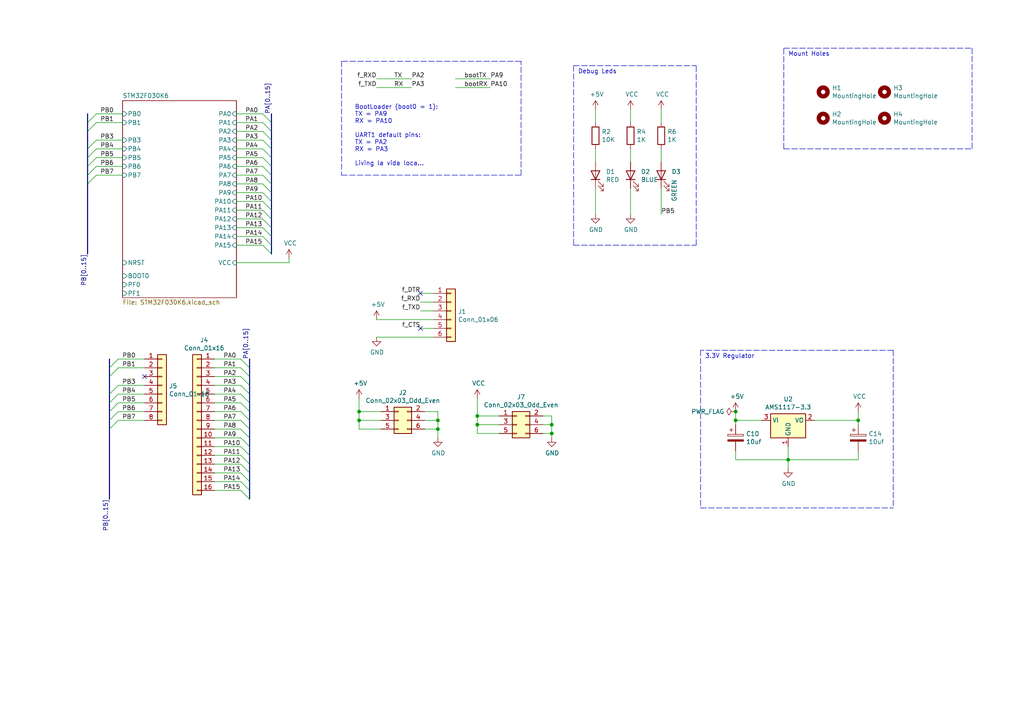
<source format=kicad_sch>
(kicad_sch (version 20231120) (generator "eeschema") (generator_version "8.0")
  (paper "A4")
  (title_block (date "2020-07-01") (rev "0.0.2"))
  (lib_symbols
    (symbol "Connector_Generic:Conn_01x06" (pin_names (offset 1.016) hide)
      (property "Reference" "J" (at 0 7.62 0))
      (property "Value" "Conn_01x06" (at 0 -10.16 0))
      (symbol "Conn_01x06_1_1"
        (rectangle (start -1.27 -7.493) (end 0 -7.747) (stroke (width 0.1524)))
        (rectangle (start -1.27 -4.953) (end 0 -5.207) (stroke (width 0.1524)))
        (rectangle (start -1.27 -2.413) (end 0 -2.667) (stroke (width 0.1524)))
        (rectangle (start -1.27 0.127) (end 0 -0.127) (stroke (width 0.1524)))
        (rectangle (start -1.27 2.667) (end 0 2.413) (stroke (width 0.1524)))
        (rectangle (start -1.27 5.207) (end 0 4.953) (stroke (width 0.1524)))
        (rectangle (start -1.27 6.35) (end 1.27 -8.89) (stroke (width 0.254)) (fill (type background)))
        (pin passive line (at -5.08 5.08 0) (length 3.81) (name "Pin_1") (number "1"))
        (pin passive line (at -5.08 2.54 0) (length 3.81) (name "Pin_2") (number "2"))
        (pin passive line (at -5.08 0 0) (length 3.81) (name "Pin_3") (number "3"))
        (pin passive line (at -5.08 -2.54 0) (length 3.81) (name "Pin_4") (number "4"))
        (pin passive line (at -5.08 -5.08 0) (length 3.81) (name "Pin_5") (number "5"))
        (pin passive line (at -5.08 -7.62 0) (length 3.81) (name "Pin_6") (number "6"))
      )
    )
    (symbol "Connector_Generic:Conn_01x08" (pin_names (offset 1.016) hide)
      (property "Reference" "J" (at 0 10.16 0))
      (property "Value" "Conn_01x08" (at 0 -12.7 0))
      (symbol "Conn_01x08_1_1"
        (rectangle (start -1.27 -10.033) (end 0 -10.287) (stroke (width 0.1524)))
        (rectangle (start -1.27 -7.493) (end 0 -7.747) (stroke (width 0.1524)))
        (rectangle (start -1.27 -4.953) (end 0 -5.207) (stroke (width 0.1524)))
        (rectangle (start -1.27 -2.413) (end 0 -2.667) (stroke (width 0.1524)))
        (rectangle (start -1.27 0.127) (end 0 -0.127) (stroke (width 0.1524)))
        (rectangle (start -1.27 2.667) (end 0 2.413) (stroke (width 0.1524)))
        (rectangle (start -1.27 5.207) (end 0 4.953) (stroke (width 0.1524)))
        (rectangle (start -1.27 7.747) (end 0 7.493) (stroke (width 0.1524)))
        (rectangle (start -1.27 8.89) (end 1.27 -11.43) (stroke (width 0.254)) (fill (type background)))
        (pin passive line (at -5.08 7.62 0) (length 3.81) (name "Pin_1") (number "1"))
        (pin passive line (at -5.08 5.08 0) (length 3.81) (name "Pin_2") (number "2"))
        (pin passive line (at -5.08 2.54 0) (length 3.81) (name "Pin_3") (number "3"))
        (pin passive line (at -5.08 0 0) (length 3.81) (name "Pin_4") (number "4"))
        (pin passive line (at -5.08 -2.54 0) (length 3.81) (name "Pin_5") (number "5"))
        (pin passive line (at -5.08 -5.08 0) (length 3.81) (name "Pin_6") (number "6"))
        (pin passive line (at -5.08 -7.62 0) (length 3.81) (name "Pin_7") (number "7"))
        (pin passive line (at -5.08 -10.16 0) (length 3.81) (name "Pin_8") (number "8"))
      )
    )
    (symbol "Connector_Generic:Conn_01x16" (pin_names (offset 1.016) hide)
      (property "Reference" "J" (at 0 20.32 0))
      (property "Value" "Conn_01x16" (at 0 -22.86 0))
      (symbol "Conn_01x16_1_1"
        (rectangle (start -1.27 -20.193) (end 0 -20.447) (stroke (width 0.1524)))
        (rectangle (start -1.27 -17.653) (end 0 -17.907) (stroke (width 0.1524)))
        (rectangle (start -1.27 -15.113) (end 0 -15.367) (stroke (width 0.1524)))
        (rectangle (start -1.27 -12.573) (end 0 -12.827) (stroke (width 0.1524)))
        (rectangle (start -1.27 -10.033) (end 0 -10.287) (stroke (width 0.1524)))
        (rectangle (start -1.27 -7.493) (end 0 -7.747) (stroke (width 0.1524)))
        (rectangle (start -1.27 -4.953) (end 0 -5.207) (stroke (width 0.1524)))
        (rectangle (start -1.27 -2.413) (end 0 -2.667) (stroke (width 0.1524)))
        (rectangle (start -1.27 0.127) (end 0 -0.127) (stroke (width 0.1524)))
        (rectangle (start -1.27 2.667) (end 0 2.413) (stroke (width 0.1524)))
        (rectangle (start -1.27 5.207) (end 0 4.953) (stroke (width 0.1524)))
        (rectangle (start -1.27 7.747) (end 0 7.493) (stroke (width 0.1524)))
        (rectangle (start -1.27 10.287) (end 0 10.033) (stroke (width 0.1524)))
        (rectangle (start -1.27 12.827) (end 0 12.573) (stroke (width 0.1524)))
        (rectangle (start -1.27 15.367) (end 0 15.113) (stroke (width 0.1524)))
        (rectangle (start -1.27 17.907) (end 0 17.653) (stroke (width 0.1524)))
        (rectangle (start -1.27 19.05) (end 1.27 -21.59) (stroke (width 0.254)) (fill (type background)))
        (pin passive line (at -5.08 17.78 0) (length 3.81) (name "Pin_1") (number "1"))
        (pin passive line (at -5.08 -5.08 0) (length 3.81) (name "Pin_10") (number "10"))
        (pin passive line (at -5.08 -7.62 0) (length 3.81) (name "Pin_11") (number "11"))
        (pin passive line (at -5.08 -10.16 0) (length 3.81) (name "Pin_12") (number "12"))
        (pin passive line (at -5.08 -12.7 0) (length 3.81) (name "Pin_13") (number "13"))
        (pin passive line (at -5.08 -15.24 0) (length 3.81) (name "Pin_14") (number "14"))
        (pin passive line (at -5.08 -17.78 0) (length 3.81) (name "Pin_15") (number "15"))
        (pin passive line (at -5.08 -20.32 0) (length 3.81) (name "Pin_16") (number "16"))
        (pin passive line (at -5.08 15.24 0) (length 3.81) (name "Pin_2") (number "2"))
        (pin passive line (at -5.08 12.7 0) (length 3.81) (name "Pin_3") (number "3"))
        (pin passive line (at -5.08 10.16 0) (length 3.81) (name "Pin_4") (number "4"))
        (pin passive line (at -5.08 7.62 0) (length 3.81) (name "Pin_5") (number "5"))
        (pin passive line (at -5.08 5.08 0) (length 3.81) (name "Pin_6") (number "6"))
        (pin passive line (at -5.08 2.54 0) (length 3.81) (name "Pin_7") (number "7"))
        (pin passive line (at -5.08 0 0) (length 3.81) (name "Pin_8") (number "8"))
        (pin passive line (at -5.08 -2.54 0) (length 3.81) (name "Pin_9") (number "9"))
      )
    )
    (symbol "Connector_Generic:Conn_02x03_Odd_Even" (pin_names (offset 1.016) hide)
      (property "Reference" "J" (at 1.27 5.08 0))
      (property "Value" "Conn_02x03_Odd_Even" (at 1.27 -5.08 0))
      (symbol "Conn_02x03_Odd_Even_1_1"
        (rectangle (start -1.27 -2.413) (end 0 -2.667) (stroke (width 0.1524)))
        (rectangle (start -1.27 0.127) (end 0 -0.127) (stroke (width 0.1524)))
        (rectangle (start -1.27 2.667) (end 0 2.413) (stroke (width 0.1524)))
        (rectangle (start -1.27 3.81) (end 3.81 -3.81) (stroke (width 0.254)) (fill (type background)))
        (rectangle (start 3.81 -2.413) (end 2.54 -2.667) (stroke (width 0.1524)))
        (rectangle (start 3.81 0.127) (end 2.54 -0.127) (stroke (width 0.1524)))
        (rectangle (start 3.81 2.667) (end 2.54 2.413) (stroke (width 0.1524)))
        (pin passive line (at -5.08 2.54 0) (length 3.81) (name "Pin_1") (number "1"))
        (pin passive line (at 7.62 2.54 180) (length 3.81) (name "Pin_2") (number "2"))
        (pin passive line (at -5.08 0 0) (length 3.81) (name "Pin_3") (number "3"))
        (pin passive line (at 7.62 0 180) (length 3.81) (name "Pin_4") (number "4"))
        (pin passive line (at -5.08 -2.54 0) (length 3.81) (name "Pin_5") (number "5"))
        (pin passive line (at 7.62 -2.54 180) (length 3.81) (name "Pin_6") (number "6"))
      )
    )
    (symbol "Device:LED" (pin_numbers hide) (pin_names (offset 1.016) hide)
      (property "Reference" "D" (at 0 2.54 0))
      (property "Value" "LED" (at 0 -2.54 0))
      (symbol "LED_0_1"
        (polyline (pts (xy -1.27 -1.27) (xy -1.27 1.27)) (stroke (width 0.254)))
        (polyline (pts (xy -1.27 0) (xy 1.27 0)))
        (polyline (pts (xy 1.27 -1.27) (xy 1.27 1.27) (xy -1.27 0) (xy 1.27 -1.27)) (stroke (width 0.254)))
        (polyline (pts (xy -3.048 -0.762) (xy -4.572 -2.286) (xy -3.81 -2.286) (xy -4.572 -2.286) (xy -4.572 -1.524)))
        (polyline (pts (xy -1.778 -0.762) (xy -3.302 -2.286) (xy -2.54 -2.286) (xy -3.302 -2.286) (xy -3.302 -1.524)))
      )
      (symbol "LED_1_1"
        (pin passive line (at -3.81 0 0) (length 2.54) (name "K") (number "1"))
        (pin passive line (at 3.81 0 180) (length 2.54) (name "A") (number "2"))
      )
    )
    (symbol "Device:R" (pin_numbers hide) (pin_names (offset 0))
      (property "Reference" "R" (at 2.032 0 90))
      (property "Value" "R" (at 0 0 90))
      (symbol "R_0_1"
        (rectangle (start -1.016 -2.54) (end 1.016 2.54) (stroke (width 0.254)))
      )
      (symbol "R_1_1"
        (pin passive line (at 0 3.81 270) (length 1.27) (name "~") (number "1"))
        (pin passive line (at 0 -3.81 90) (length 1.27) (name "~") (number "2"))
      )
    )
    (symbol "Mechanical:MountingHole" (pin_names (offset 1.016)) (exclude_from_sim yes) (in_bom no)
      (property "Reference" "H" (at 0 5.08 0))
      (property "Value" "MountingHole" (at 0 3.175 0))
      (symbol "MountingHole_0_1"
        (circle (center 0 0) (radius 1.27) (stroke (width 1.27)))
      )
    )
    (symbol "Regulator_Linear:AMS1117-3.3"
      (property "Reference" "U" (at -3.81 3.175 0))
      (property "Value" "AMS1117-3.3" (at 0 3.175 0))
      (symbol "AMS1117-3.3_0_1"
        (rectangle (start -5.08 -5.08) (end 5.08 1.905) (stroke (width 0.254)) (fill (type background)))
      )
      (symbol "AMS1117-3.3_1_1"
        (pin power_in line (at 0 -7.62 90) (length 2.54) (name "GND") (number "1"))
        (pin power_out line (at 7.62 0 180) (length 2.54) (name "VO") (number "2"))
        (pin power_in line (at -7.62 0 0) (length 2.54) (name "VI") (number "3"))
      )
    )
    (symbol "STM32F030K6T6TR_Devel-rescue:+5V-power" (power) (pin_names (offset 0))
      (property "Value" "power_+5V" (at 0 3.556 0))
      (symbol "+5V-power_0_1"
        (polyline (pts (xy -0.762 1.27) (xy 0 2.54)))
        (polyline (pts (xy 0 0) (xy 0 2.54)))
        (polyline (pts (xy 0 2.54) (xy 0.762 1.27)))
      )
      (symbol "+5V-power_1_1"
        (pin power_in line (at 0 0 90) (length 0) hide (name "+5V") (number "1"))
      )
    )
    (symbol "STM32F030K6T6TR_Devel-rescue:CP-Device" (pin_numbers hide) (pin_names (offset 0.254))
      (property "Reference" "C" (at 0.635 2.54 0))
      (property "Value" "Device_CP" (at 0.635 -2.54 0))
      (symbol "CP-Device_0_1"
        (rectangle (start -2.286 0.508) (end 2.286 1.016))
        (polyline (pts (xy -1.778 2.286) (xy -0.762 2.286)))
        (polyline (pts (xy -1.27 2.794) (xy -1.27 1.778)))
        (rectangle (start 2.286 -0.508) (end -2.286 -1.016) (fill (type outline)))
      )
      (symbol "CP-Device_1_1"
        (pin passive line (at 0 3.81 270) (length 2.794) (name "~") (number "1"))
        (pin passive line (at 0 -3.81 90) (length 2.794) (name "~") (number "2"))
      )
    )
    (symbol "STM32F030K6T6TR_Devel-rescue:GND-power" (power) (pin_names (offset 0))
      (property "Value" "power_GND" (at 0 -3.81 0))
      (symbol "GND-power_0_1"
        (polyline (pts (xy 0 0) (xy 0 -1.27) (xy 1.27 -1.27) (xy 0 -2.54) (xy -1.27 -1.27) (xy 0 -1.27)))
      )
      (symbol "GND-power_1_1"
        (pin power_in line (at 0 0 270) (length 0) hide (name "GND") (number "1"))
      )
    )
    (symbol "STM32F030K6T6TR_Devel-rescue:PWR_FLAG-power" (power) (pin_numbers hide) (pin_names (offset 0) hide)
      (property "Value" "power_PWR_FLAG" (at 0 3.81 0))
      (symbol "PWR_FLAG-power_0_0"
        (pin power_out line (at 0 0 90) (length 0) (name "pwr") (number "1"))
      )
      (symbol "PWR_FLAG-power_0_1"
        (polyline (pts (xy 0 0) (xy 0 1.27) (xy -1.016 1.905) (xy 0 2.54) (xy 1.016 1.905) (xy 0 1.27)))
      )
    )
    (symbol "STM32F030K6T6TR_Devel-rescue:VCC-power" (power) (pin_names (offset 0))
      (property "Value" "power_VCC" (at 0 3.81 0))
      (symbol "VCC-power_0_1"
        (polyline (pts (xy -0.762 1.27) (xy 0 2.54)))
        (polyline (pts (xy 0 0) (xy 0 2.54)))
        (polyline (pts (xy 0 2.54) (xy 0.762 1.27)))
      )
      (symbol "VCC-power_1_1"
        (pin power_in line (at 0 0 90) (length 0) hide (name "VCC") (number "1"))
      )
    )
  )
  (junction (at 127 124.46))
  (junction (at 138.43 120.65))
  (junction (at 160.02 123.19))
  (junction (at 104.14 121.92))
  (junction (at 127 121.92))
  (junction (at 228.6 133.35))
  (junction (at 248.92 121.92))
  (junction (at 138.43 123.19))
  (junction (at 160.02 125.73))
  (junction (at 104.14 119.38))
  (junction (at 213.36 121.92))
  (junction (at 213.36 119.38))
  (no_connect (at 41.91 109.22))
  (no_connect (at 121.92 95.25))
  (no_connect (at 121.92 85.09))
  (bus_entry (at 34.29 111.76) (size -2.54 2.54))
  (bus_entry (at 69.85 142.24) (size 2.54 2.54))
  (bus_entry (at 27.94 48.26) (size -2.54 2.54))
  (bus_entry (at 34.29 106.68) (size -2.54 2.54))
  (bus_entry (at 76.2 60.96) (size 2.54 2.54))
  (bus_entry (at 34.29 116.84) (size -2.54 2.54))
  (bus_entry (at 34.29 104.14) (size -2.54 2.54))
  (bus_entry (at 69.85 137.16) (size 2.54 2.54))
  (bus_entry (at 69.85 121.92) (size 2.54 2.54))
  (bus_entry (at 27.94 43.18) (size -2.54 2.54))
  (bus_entry (at 69.85 124.46) (size 2.54 2.54))
  (bus_entry (at 69.85 127) (size 2.54 2.54))
  (bus_entry (at 76.2 63.5) (size 2.54 2.54))
  (bus_entry (at 27.94 45.72) (size -2.54 2.54))
  (bus_entry (at 27.94 40.64) (size -2.54 2.54))
  (bus_entry (at 69.85 111.76) (size 2.54 2.54))
  (bus_entry (at 69.85 106.68) (size 2.54 2.54))
  (bus_entry (at 69.85 109.22) (size 2.54 2.54))
  (bus_entry (at 76.2 40.64) (size 2.54 2.54))
  (bus_entry (at 76.2 53.34) (size 2.54 2.54))
  (bus_entry (at 69.85 104.14) (size 2.54 2.54))
  (bus_entry (at 69.85 129.54) (size 2.54 2.54))
  (bus_entry (at 27.94 35.56) (size -2.54 2.54))
  (bus_entry (at 76.2 38.1) (size 2.54 2.54))
  (bus_entry (at 76.2 50.8) (size 2.54 2.54))
  (bus_entry (at 27.94 33.02) (size -2.54 2.54))
  (bus_entry (at 76.2 71.12) (size 2.54 2.54))
  (bus_entry (at 76.2 58.42) (size 2.54 2.54))
  (bus_entry (at 76.2 48.26) (size 2.54 2.54))
  (bus_entry (at 34.29 114.3) (size -2.54 2.54))
  (bus_entry (at 76.2 55.88) (size 2.54 2.54))
  (bus_entry (at 76.2 35.56) (size 2.54 2.54))
  (bus_entry (at 69.85 132.08) (size 2.54 2.54))
  (bus_entry (at 25.4 53.34) (size 2.54 -2.54))
  (bus_entry (at 69.85 139.7) (size 2.54 2.54))
  (bus_entry (at 34.29 121.92) (size -2.54 2.54))
  (bus_entry (at 76.2 68.58) (size 2.54 2.54))
  (bus_entry (at 69.85 116.84) (size 2.54 2.54))
  (bus_entry (at 69.85 134.62) (size 2.54 2.54))
  (bus_entry (at 34.29 119.38) (size -2.54 2.54))
  (bus_entry (at 76.2 43.18) (size 2.54 2.54))
  (bus_entry (at 76.2 66.04) (size 2.54 2.54))
  (bus_entry (at 76.2 33.02) (size 2.54 2.54))
  (bus_entry (at 69.85 114.3) (size 2.54 2.54))
  (bus_entry (at 69.85 119.38) (size 2.54 2.54))
  (bus_entry (at 76.2 45.72) (size 2.54 2.54))
  (bus (pts (xy 72.39 127) (xy 72.39 129.54)))
  (polyline (pts (xy 166.37 71.12) (xy 201.93 71.12)) (stroke (width 0) (type dash)))
  (wire (pts (xy 138.43 115.57) (xy 138.43 120.65)))
  (wire (pts (xy 123.19 121.92) (xy 127 121.92)))
  (wire (pts (xy 104.14 115.57) (xy 104.14 119.38)))
  (bus (pts (xy 72.39 124.46) (xy 72.39 127)))
  (bus (pts (xy 72.39 139.7) (xy 72.39 142.24)))
  (wire (pts (xy 68.58 60.96) (xy 76.2 60.96)))
  (wire (pts (xy 34.29 119.38) (xy 41.91 119.38)))
  (wire (pts (xy 62.23 114.3) (xy 69.85 114.3)))
  (wire (pts (xy 191.77 35.56) (xy 191.77 31.75)))
  (wire (pts (xy 157.48 123.19) (xy 160.02 123.19)))
  (wire (pts (xy 68.58 43.18) (xy 76.2 43.18)))
  (wire (pts (xy 35.56 45.72) (xy 27.94 45.72)))
  (wire (pts (xy 34.29 114.3) (xy 41.91 114.3)))
  (bus (pts (xy 31.75 124.46) (xy 31.75 144.78)))
  (wire (pts (xy 62.23 124.46) (xy 69.85 124.46)))
  (wire (pts (xy 35.56 35.56) (xy 27.94 35.56)))
  (wire (pts (xy 160.02 127) (xy 160.02 125.73)))
  (bus (pts (xy 31.75 109.22) (xy 31.75 114.3)))
  (wire (pts (xy 160.02 125.73) (xy 157.48 125.73)))
  (wire (pts (xy 68.58 53.34) (xy 76.2 53.34)))
  (wire (pts (xy 160.02 123.19) (xy 160.02 125.73)))
  (bus (pts (xy 72.39 111.76) (xy 72.39 114.3)))
  (wire (pts (xy 157.48 120.65) (xy 160.02 120.65)))
  (wire (pts (xy 228.6 129.54) (xy 228.6 133.35)))
  (wire (pts (xy 248.92 121.92) (xy 248.92 123.19)))
  (wire (pts (xy 68.58 55.88) (xy 76.2 55.88)))
  (wire (pts (xy 191.77 54.61) (xy 191.77 62.23)))
  (bus (pts (xy 72.39 137.16) (xy 72.39 139.7)))
  (wire (pts (xy 68.58 50.8) (xy 76.2 50.8)))
  (polyline (pts (xy 259.08 101.6) (xy 203.2 101.6)) (stroke (width 0) (type dash)))
  (bus (pts (xy 78.74 53.34) (xy 78.74 55.88)))
  (wire (pts (xy 172.72 31.75) (xy 172.72 35.56)))
  (wire (pts (xy 62.23 109.22) (xy 69.85 109.22)))
  (bus (pts (xy 72.39 134.62) (xy 72.39 137.16)))
  (wire (pts (xy 35.56 50.8) (xy 27.94 50.8)))
  (wire (pts (xy 248.92 130.81) (xy 248.92 133.35)))
  (wire (pts (xy 62.23 139.7) (xy 69.85 139.7)))
  (bus (pts (xy 78.74 58.42) (xy 78.74 60.96)))
  (wire (pts (xy 34.29 104.14) (xy 41.91 104.14)))
  (wire (pts (xy 110.49 119.38) (xy 104.14 119.38)))
  (wire (pts (xy 104.14 119.38) (xy 104.14 121.92)))
  (wire (pts (xy 27.94 33.02) (xy 35.56 33.02)))
  (wire (pts (xy 132.08 25.4) (xy 142.24 25.4)))
  (bus (pts (xy 72.39 132.08) (xy 72.39 134.62)))
  (wire (pts (xy 172.72 43.18) (xy 172.72 46.99)))
  (wire (pts (xy 62.23 134.62) (xy 69.85 134.62)))
  (polyline (pts (xy 227.33 13.97) (xy 281.94 13.97)) (stroke (width 0) (type dash)))
  (wire (pts (xy 248.92 133.35) (xy 228.6 133.35)))
  (wire (pts (xy 62.23 142.24) (xy 69.85 142.24)))
  (polyline (pts (xy 203.2 101.6) (xy 203.2 147.32)) (stroke (width 0) (type dash)))
  (wire (pts (xy 182.88 54.61) (xy 182.88 62.23)))
  (wire (pts (xy 62.23 137.16) (xy 69.85 137.16)))
  (bus (pts (xy 31.75 119.38) (xy 31.75 121.92)))
  (polyline (pts (xy 166.37 19.05) (xy 201.93 19.05)) (stroke (width 0) (type dash)))
  (wire (pts (xy 213.36 130.81) (xy 213.36 133.35)))
  (bus (pts (xy 72.39 104.14) (xy 72.39 106.68)))
  (wire (pts (xy 35.56 40.64) (xy 27.94 40.64)))
  (wire (pts (xy 62.23 106.68) (xy 69.85 106.68)))
  (wire (pts (xy 68.58 58.42) (xy 76.2 58.42)))
  (wire (pts (xy 220.98 121.92) (xy 213.36 121.92)))
  (wire (pts (xy 228.6 133.35) (xy 228.6 135.89)))
  (wire (pts (xy 182.88 46.99) (xy 182.88 43.18)))
  (wire (pts (xy 213.36 121.92) (xy 213.36 123.19)))
  (bus (pts (xy 31.75 116.84) (xy 31.75 119.38)))
  (wire (pts (xy 104.14 124.46) (xy 110.49 124.46)))
  (wire (pts (xy 236.22 121.92) (xy 248.92 121.92)))
  (wire (pts (xy 144.78 123.19) (xy 138.43 123.19)))
  (bus (pts (xy 25.4 50.8) (xy 25.4 53.34)))
  (wire (pts (xy 125.73 87.63) (xy 121.92 87.63)))
  (wire (pts (xy 138.43 120.65) (xy 138.43 123.19)))
  (wire (pts (xy 62.23 121.92) (xy 69.85 121.92)))
  (bus (pts (xy 78.74 43.18) (xy 78.74 45.72)))
  (bus (pts (xy 72.39 121.92) (xy 72.39 124.46)))
  (wire (pts (xy 109.22 97.79) (xy 125.73 97.79)))
  (wire (pts (xy 76.2 33.02) (xy 68.58 33.02)))
  (bus (pts (xy 31.75 114.3) (xy 31.75 116.84)))
  (wire (pts (xy 110.49 121.92) (xy 104.14 121.92)))
  (bus (pts (xy 78.74 68.58) (xy 78.74 71.12)))
  (wire (pts (xy 68.58 71.12) (xy 76.2 71.12)))
  (wire (pts (xy 68.58 40.64) (xy 76.2 40.64)))
  (bus (pts (xy 78.74 55.88) (xy 78.74 58.42)))
  (wire (pts (xy 62.23 116.84) (xy 69.85 116.84)))
  (bus (pts (xy 72.39 109.22) (xy 72.39 111.76)))
  (bus (pts (xy 78.74 40.64) (xy 78.74 43.18)))
  (wire (pts (xy 144.78 120.65) (xy 138.43 120.65)))
  (wire (pts (xy 41.91 121.92) (xy 34.29 121.92)))
  (wire (pts (xy 68.58 45.72) (xy 76.2 45.72)))
  (polyline (pts (xy 151.13 17.78) (xy 99.06 17.78)) (stroke (width 0) (type dash)))
  (wire (pts (xy 127 124.46) (xy 127 121.92)))
  (bus (pts (xy 72.39 129.54) (xy 72.39 132.08)))
  (bus (pts (xy 25.4 53.34) (xy 25.4 73.66)))
  (wire (pts (xy 182.88 35.56) (xy 182.88 31.75)))
  (wire (pts (xy 213.36 119.38) (xy 213.36 121.92)))
  (polyline (pts (xy 227.33 43.18) (xy 227.33 13.97)) (stroke (width 0) (type dash)))
  (polyline (pts (xy 99.06 50.8) (xy 151.13 50.8)) (stroke (width 0) (type dash)))
  (polyline (pts (xy 99.06 17.78) (xy 99.06 50.8)) (stroke (width 0) (type dash)))
  (bus (pts (xy 72.39 114.3) (xy 72.39 116.84)))
  (bus (pts (xy 78.74 45.72) (xy 78.74 48.26)))
  (bus (pts (xy 72.39 119.38) (xy 72.39 121.92)))
  (wire (pts (xy 138.43 125.73) (xy 144.78 125.73)))
  (bus (pts (xy 25.4 33.02) (xy 25.4 35.56)))
  (bus (pts (xy 31.75 121.92) (xy 31.75 124.46)))
  (bus (pts (xy 72.39 116.84) (xy 72.39 119.38)))
  (wire (pts (xy 172.72 62.23) (xy 172.72 54.61)))
  (wire (pts (xy 248.92 119.38) (xy 248.92 121.92)))
  (bus (pts (xy 25.4 48.26) (xy 25.4 50.8)))
  (bus (pts (xy 72.39 142.24) (xy 72.39 144.78)))
  (wire (pts (xy 68.58 66.04) (xy 76.2 66.04)))
  (wire (pts (xy 68.58 35.56) (xy 76.2 35.56)))
  (bus (pts (xy 31.75 104.14) (xy 31.75 106.68)))
  (bus (pts (xy 78.74 50.8) (xy 78.74 53.34)))
  (wire (pts (xy 68.58 48.26) (xy 76.2 48.26)))
  (bus (pts (xy 78.74 60.96) (xy 78.74 63.5)))
  (wire (pts (xy 104.14 121.92) (xy 104.14 124.46)))
  (polyline (pts (xy 166.37 19.05) (xy 166.37 71.12)) (stroke (width 0) (type dash)))
  (wire (pts (xy 127 119.38) (xy 123.19 119.38)))
  (wire (pts (xy 213.36 133.35) (xy 228.6 133.35)))
  (bus (pts (xy 78.74 33.02) (xy 78.74 35.56)))
  (polyline (pts (xy 281.94 13.97) (xy 281.94 43.18)) (stroke (width 0) (type dash)))
  (wire (pts (xy 127 121.92) (xy 127 119.38)))
  (bus (pts (xy 25.4 38.1) (xy 25.4 43.18)))
  (bus (pts (xy 78.74 38.1) (xy 78.74 40.64)))
  (bus (pts (xy 78.74 66.04) (xy 78.74 68.58)))
  (wire (pts (xy 68.58 76.2) (xy 83.82 76.2)))
  (wire (pts (xy 62.23 129.54) (xy 69.85 129.54)))
  (wire (pts (xy 62.23 127) (xy 69.85 127)))
  (polyline (pts (xy 227.33 43.18) (xy 281.94 43.18)) (stroke (width 0) (type dash)))
  (bus (pts (xy 78.74 71.12) (xy 78.74 73.66)))
  (bus (pts (xy 78.74 48.26) (xy 78.74 50.8)))
  (wire (pts (xy 83.82 76.2) (xy 83.82 74.93)))
  (wire (pts (xy 41.91 106.68) (xy 34.29 106.68)))
  (wire (pts (xy 69.85 104.14) (xy 62.23 104.14)))
  (wire (pts (xy 109.22 92.71) (xy 125.73 92.71)))
  (wire (pts (xy 109.22 25.4) (xy 119.38 25.4)))
  (wire (pts (xy 41.91 116.84) (xy 34.29 116.84)))
  (wire (pts (xy 160.02 120.65) (xy 160.02 123.19)))
  (wire (pts (xy 41.91 111.76) (xy 34.29 111.76)))
  (wire (pts (xy 123.19 124.46) (xy 127 124.46)))
  (wire (pts (xy 62.23 111.76) (xy 69.85 111.76)))
  (bus (pts (xy 78.74 63.5) (xy 78.74 66.04)))
  (wire (pts (xy 27.94 43.18) (xy 35.56 43.18)))
  (polyline (pts (xy 151.13 50.8) (xy 151.13 17.78)) (stroke (width 0) (type dash)))
  (wire (pts (xy 125.73 85.09) (xy 121.92 85.09)))
  (wire (pts (xy 68.58 38.1) (xy 76.2 38.1)))
  (wire (pts (xy 132.08 22.86) (xy 142.24 22.86)))
  (bus (pts (xy 25.4 45.72) (xy 25.4 48.26)))
  (bus (pts (xy 78.74 35.56) (xy 78.74 38.1)))
  (bus (pts (xy 25.4 35.56) (xy 25.4 38.1)))
  (polyline (pts (xy 259.08 101.6) (xy 259.08 147.32)) (stroke (width 0) (type dash)))
  (wire (pts (xy 138.43 123.19) (xy 138.43 125.73)))
  (wire (pts (xy 127 127) (xy 127 124.46)))
  (wire (pts (xy 62.23 132.08) (xy 69.85 132.08)))
  (polyline (pts (xy 201.93 71.12) (xy 201.93 19.05)) (stroke (width 0) (type dash)))
  (wire (pts (xy 68.58 63.5) (xy 76.2 63.5)))
  (bus (pts (xy 25.4 43.18) (xy 25.4 45.72)))
  (wire (pts (xy 68.58 68.58) (xy 76.2 68.58)))
  (polyline (pts (xy 203.2 147.32) (xy 259.08 147.32)) (stroke (width 0) (type dash)))
  (bus (pts (xy 72.39 106.68) (xy 72.39 109.22)))
  (bus (pts (xy 31.75 106.68) (xy 31.75 109.22)))
  (wire (pts (xy 109.22 22.86) (xy 119.38 22.86)))
  (wire (pts (xy 121.92 95.25) (xy 125.73 95.25)))
  (wire (pts (xy 27.94 48.26) (xy 35.56 48.26)))
  (wire (pts (xy 191.77 46.99) (xy 191.77 43.18)))
  (wire (pts (xy 125.73 90.17) (xy 121.92 90.17)))
  (wire (pts (xy 62.23 119.38) (xy 69.85 119.38)))
  (text "3.3V Regulator" (at 204.47 104.14 0) (effects (font (size 1.27 1.27)) (justify left bottom)))
  (text "BootLoader (boot0 = 1):\nTX = PA9\nRX = PA10\n\nUART1 default pins:\nTX = PA2\nRX = PA3\n\nLiving la vida loca..." (at 102.87 48.26 0) (effects (font (size 1.27 1.27)) (justify left bottom)))
  (text "Mount Holes" (at 228.6 16.51 0) (effects (font (size 1.27 1.27)) (justify left bottom)))
  (text "Debug Leds" (at 167.64 21.59 0) (effects (font (size 1.27 1.27)) (justify left bottom)))
  (label "PB7" (at 39.37 121.92 180))
  (label "PB[0..15]" (at 25.4 73.66 270))
  (label "TX" (at 114.3 22.86 0))
  (label "PA2" (at 64.77 109.22 0))
  (label "PA3" (at 64.77 111.76 0))
  (label "PA8" (at 64.77 124.46 0))
  (label "PA14" (at 64.77 139.7 0))
  (label "bootTX" (at 134.62 22.86 0))
  (label "PA12" (at 71.12 63.5 0))
  (label "PA6" (at 71.12 48.26 0))
  (label "PB3" (at 39.37 111.76 180))
  (label "PA2" (at 71.12 38.1 0))
  (label "f_DTR" (at 121.92 85.09 180))
  (label "PA4" (at 71.12 43.18 0))
  (label "PA4" (at 64.77 114.3 0))
  (label "PA2" (at 119.38 22.86 0))
  (label "PA0" (at 71.12 33.02 0))
  (label "PB3" (at 33.02 40.64 180))
  (label "PA7" (at 64.77 121.92 0))
  (label "bootRX" (at 134.62 25.4 0))
  (label "PA7" (at 71.12 50.8 0))
  (label "PB4" (at 39.37 114.3 180))
  (label "f_RXD" (at 109.22 22.86 180))
  (label "PA5" (at 64.77 116.84 0))
  (label "PB[0..15]" (at 31.75 144.78 270))
  (label "PA11" (at 64.77 132.08 0))
  (label "PA11" (at 71.12 60.96 0))
  (label "PA15" (at 71.12 71.12 0))
  (label "PB4" (at 33.02 43.18 180))
  (label "PA14" (at 71.12 68.58 0))
  (label "PA15" (at 64.77 142.24 0))
  (label "f_TXD" (at 109.22 25.4 180))
  (label "PB5" (at 191.77 62.23 0))
  (label "PA6" (at 64.77 119.38 0))
  (label "PA9" (at 64.77 127 0))
  (label "PB6" (at 39.37 119.38 180))
  (label "PA8" (at 71.12 53.34 0))
  (label "PB1" (at 39.37 106.68 180))
  (label "PA13" (at 64.77 137.16 0))
  (label "PA9" (at 142.24 22.86 0))
  (label "PA10" (at 64.77 129.54 0))
  (label "PA1" (at 64.77 106.68 0))
  (label "PB0" (at 39.37 104.14 180))
  (label "PA13" (at 71.12 66.04 0))
  (label "RX" (at 114.3 25.4 0))
  (label "PB0" (at 33.02 33.02 180))
  (label "PA1" (at 71.12 35.56 0))
  (label "PB5" (at 33.02 45.72 180))
  (label "PA3" (at 119.38 25.4 0))
  (label "PA10" (at 142.24 25.4 0))
  (label "PA10" (at 71.12 58.42 0))
  (label "PA5" (at 71.12 45.72 0))
  (label "PA3" (at 71.12 40.64 0))
  (label "PA12" (at 64.77 134.62 0))
  (label "PA9" (at 71.12 55.88 0))
  (label "PA0" (at 64.77 104.14 0))
  (label "PA[0..15]" (at 78.74 33.02 90))
  (label "PB1" (at 33.02 35.56 180))
  (label "f_CTS" (at 121.92 95.25 180))
  (label "PB7" (at 33.02 50.8 180))
  (label "PB5" (at 39.37 116.84 180))
  (label "f_RXD" (at 121.92 87.63 180))
  (label "PA[0..15]" (at 72.39 104.14 90))
  (label "PB6" (at 33.02 48.26 180))
  (label "f_TXD" (at 121.92 90.17 180))
  (symbol (lib_id "Regulator_Linear:AMS1117-3.3") (at 228.6 121.92 0) (unit 1)
    (property "Reference" "U2" (at 228.6 115.7732 0))
    (property "Value" "AMS1117-3.3" (at 228.6 118.0846 0))
    (property "Footprint" "Package_TO_SOT_SMD:SOT-223-3_TabPin2" (effects (hide yes)))
    (property "Datasheet" "http://www.advanced-monolithic.com/pdf/ds1117.pdf" (effects (hide yes)))
    (property "LCSC" "C6186" (effects (hide yes)))
  )
  (symbol (lib_id "STM32F030K6T6TR_Devel-rescue:CP-Device") (at 248.92 127 0) (unit 1)
    (property "Reference" "C14" (at 251.9172 125.8316 0) (effects (justify left)))
    (property "Value" "10uf" (at 251.9172 128.143 0) (effects (justify left)))
    (property "Footprint" "Capacitor_Tantalum_SMD:CP_EIA-3216-18_Kemet-A" (effects (hide yes)))
    (property "LCSC" "C7171" (effects (hide yes)))
  )
  (symbol (lib_id "STM32F030K6T6TR_Devel-rescue:CP-Device") (at 213.36 127 0) (unit 1)
    (property "Reference" "C10" (at 216.3572 125.8316 0) (effects (justify left)))
    (property "Value" "10uf" (at 216.3572 128.143 0) (effects (justify left)))
    (property "Footprint" "Capacitor_Tantalum_SMD:CP_EIA-3216-18_Kemet-A" (effects (hide yes)))
    (property "LCSC" "C7171" (effects (hide yes)))
  )
  (symbol (lib_id "STM32F030K6T6TR_Devel-rescue:VCC-power") (at 248.92 119.38 0) (unit 1)
    (property "Reference" "#PWR019" (effects (hide yes)))
    (property "Value" "VCC" (at 249.301 114.9858 0))
  )
  (symbol (lib_id "STM32F030K6T6TR_Devel-rescue:GND-power") (at 228.6 135.89 0) (unit 1)
    (property "Reference" "#PWR012" (effects (hide yes)))
    (property "Value" "GND" (at 228.727 140.2842 0))
  )
  (symbol (lib_id "STM32F030K6T6TR_Devel-rescue:+5V-power") (at 213.36 119.38 0) (unit 1)
    (property "Reference" "#PWR010" (effects (hide yes)))
    (property "Value" "+5V" (at 213.741 114.9858 0))
  )
  (symbol (lib_id "Mechanical:MountingHole") (at 238.76 26.67 0) (unit 1)
    (property "Reference" "H1" (at 241.3 25.5016 0) (effects (justify left)))
    (property "Value" "MountingHole" (at 241.3 27.813 0) (effects (justify left)))
    (property "Footprint" "MountingHole:MountingHole_2.7mm_M2.5" (effects (hide yes)))
  )
  (symbol (lib_id "Mechanical:MountingHole") (at 256.54 26.67 0) (unit 1)
    (property "Reference" "H3" (at 259.08 25.5016 0) (effects (justify left)))
    (property "Value" "MountingHole" (at 259.08 27.813 0) (effects (justify left)))
    (property "Footprint" "MountingHole:MountingHole_2.7mm_M2.5" (effects (hide yes)))
  )
  (symbol (lib_id "Mechanical:MountingHole") (at 238.76 34.29 0) (unit 1)
    (property "Reference" "H2" (at 241.3 33.1216 0) (effects (justify left)))
    (property "Value" "MountingHole" (at 241.3 35.433 0) (effects (justify left)))
    (property "Footprint" "MountingHole:MountingHole_2.7mm_M2.5" (effects (hide yes)))
  )
  (symbol (lib_id "Mechanical:MountingHole") (at 256.54 34.29 0) (unit 1)
    (property "Reference" "H4" (at 259.08 33.1216 0) (effects (justify left)))
    (property "Value" "MountingHole" (at 259.08 35.433 0) (effects (justify left)))
    (property "Footprint" "MountingHole:MountingHole_2.7mm_M2.5" (effects (hide yes)))
  )
  (symbol (lib_id "Connector_Generic:Conn_01x16") (at 57.15 121.92 0) (mirror y) (unit 1)
    (property "Reference" "J4" (at 59.2328 98.6282 0))
    (property "Value" "Conn_01x16" (at 59.2328 100.9396 0))
    (property "Footprint" "Connector_PinSocket_2.54mm:PinSocket_1x16_P2.54mm_Vertical" (effects (hide yes)))
  )
  (symbol (lib_id "Connector_Generic:Conn_01x08") (at 46.99 111.76 0) (unit 1)
    (property "Reference" "J5" (at 49.022 111.9632 0) (effects (justify left)))
    (property "Value" "Conn_01x16" (at 49.022 114.2746 0) (effects (justify left)))
    (property "Footprint" "Connector_PinSocket_2.54mm:PinSocket_1x08_P2.54mm_Vertical" (effects (hide yes)))
  )
  (symbol (lib_id "Device:R") (at 182.88 39.37 0) (unit 1)
    (property "Reference" "R4" (at 184.658 38.2016 0) (effects (justify left)))
    (property "Value" "1K" (at 184.658 40.513 0) (effects (justify left)))
    (property "Footprint" "Resistor_SMD:R_0805_2012Metric" (effects (hide yes)))
    (property "LCSC" "C17513" (effects (hide yes)))
  )
  (symbol (lib_id "STM32F030K6T6TR_Devel-rescue:VCC-power") (at 182.88 31.75 0) (unit 1)
    (property "Reference" "#PWR017" (effects (hide yes)))
    (property "Value" "VCC" (at 183.261 27.3558 0))
  )
  (symbol (lib_id "STM32F030K6T6TR_Devel-rescue:+5V-power") (at 172.72 31.75 0) (unit 1)
    (property "Reference" "#PWR015" (effects (hide yes)))
    (property "Value" "+5V" (at 173.101 27.3558 0))
  )
  (symbol (lib_id "STM32F030K6T6TR_Devel-rescue:GND-power") (at 172.72 62.23 0) (unit 1)
    (property "Reference" "#PWR016" (effects (hide yes)))
    (property "Value" "GND" (at 172.847 66.6242 0))
  )
  (symbol (lib_id "STM32F030K6T6TR_Devel-rescue:GND-power") (at 182.88 62.23 0) (unit 1)
    (property "Reference" "#PWR018" (effects (hide yes)))
    (property "Value" "GND" (at 183.007 66.6242 0))
  )
  (symbol (lib_id "Device:LED") (at 172.72 50.8 90) (unit 1)
    (property "Reference" "D1" (at 175.7172 49.8094 90) (effects (justify right)))
    (property "Value" "RED" (at 175.7172 52.1208 90) (effects (justify right)))
    (property "Footprint" "LED_SMD:LED_0805_2012Metric" (effects (hide yes)))
    (property "LCSC" "C84256" (effects (hide yes)))
  )
  (symbol (lib_id "Device:LED") (at 182.88 50.8 90) (unit 1)
    (property "Reference" "D2" (at 185.8772 49.8094 90) (effects (justify right)))
    (property "Value" "BLUE" (at 185.8772 52.1208 90) (effects (justify right)))
    (property "Footprint" "LED_SMD:LED_0805_2012Metric" (effects (hide yes)))
    (property "LCSC" "C2293" (effects (hide yes)))
  )
  (symbol (lib_id "Device:R") (at 172.72 39.37 0) (unit 1)
    (property "Reference" "R2" (at 174.498 38.2016 0) (effects (justify left)))
    (property "Value" "10K" (at 174.498 40.513 0) (effects (justify left)))
    (property "Footprint" "Resistor_SMD:R_0805_2012Metric" (effects (hide yes)))
    (property "LCSC" "C17414" (effects (hide yes)))
  )
  (symbol (lib_id "Device:R") (at 191.77 39.37 0) (unit 1)
    (property "Reference" "R6" (at 193.548 38.2016 0) (effects (justify left)))
    (property "Value" "1K" (at 193.548 40.513 0) (effects (justify left)))
    (property "Footprint" "Resistor_SMD:R_0805_2012Metric" (effects (hide yes)))
    (property "LCSC" "C17513" (effects (hide yes)))
  )
  (symbol (lib_id "Device:LED") (at 191.77 50.8 90) (unit 1)
    (property "Reference" "D3" (at 194.7672 49.8094 90) (effects (justify right)))
    (property "Value" "GREEN" (at 195.58 52.07 0) (effects (justify right)))
    (property "Footprint" "LED_SMD:LED_0805_2012Metric" (effects (hide yes)))
    (property "LCSC" "C2297" (effects (hide yes)))
  )
  (symbol (lib_id "STM32F030K6T6TR_Devel-rescue:VCC-power") (at 191.77 31.75 0) (unit 1)
    (property "Reference" "#PWR023" (effects (hide yes)))
    (property "Value" "VCC" (at 192.151 27.3558 0))
  )
  (symbol (lib_id "STM32F030K6T6TR_Devel-rescue:VCC-power") (at 83.82 74.93 0) (unit 1)
    (property "Reference" "#PWR0101" (effects (hide yes)))
    (property "Value" "VCC" (at 84.201 70.5358 0))
  )
  (symbol (lib_id "STM32F030K6T6TR_Devel-rescue:PWR_FLAG-power") (at 213.36 119.38 90) (unit 1)
    (property "Reference" "#FLG0102" (effects (hide yes)))
    (property "Value" "PWR_FLAG" (at 210.1342 119.38 90) (effects (justify left)))
  )
  (symbol (lib_id "Connector_Generic:Conn_01x06") (at 130.81 90.17 0) (unit 1)
    (property "Reference" "J1" (at 132.842 90.3732 0) (effects (justify left)))
    (property "Value" "Conn_01x06" (at 132.842 92.6846 0) (effects (justify left)))
    (property "Footprint" "Connector_PinHeader_2.54mm:PinHeader_1x06_P2.54mm_Vertical" (effects (hide yes)))
  )
  (symbol (lib_id "STM32F030K6T6TR_Devel-rescue:+5V-power") (at 109.22 92.71 0) (unit 1)
    (property "Reference" "#PWR02" (effects (hide yes)))
    (property "Value" "+5V" (at 109.601 88.3158 0))
  )
  (symbol (lib_id "STM32F030K6T6TR_Devel-rescue:GND-power") (at 109.22 97.79 0) (unit 1)
    (property "Reference" "#PWR03" (effects (hide yes)))
    (property "Value" "GND" (at 109.347 102.1842 0))
  )
  (symbol (lib_id "Connector_Generic:Conn_02x03_Odd_Even") (at 149.86 123.19 0) (unit 1)
    (property "Reference" "J7" (at 151.13 115.1382 0))
    (property "Value" "Conn_02x03_Odd_Even" (at 151.13 117.4496 0))
    (property "Footprint" "Connector_PinHeader_2.54mm:PinHeader_2x03_P2.54mm_Vertical" (effects (hide yes)))
  )
  (symbol (lib_id "Connector_Generic:Conn_02x03_Odd_Even") (at 115.57 121.92 0) (unit 1)
    (property "Reference" "J2" (at 116.84 113.8682 0))
    (property "Value" "Conn_02x03_Odd_Even" (at 116.84 116.1796 0))
    (property "Footprint" "Connector_PinHeader_2.54mm:PinHeader_2x03_P2.54mm_Vertical" (effects (hide yes)))
  )
  (symbol (lib_id "STM32F030K6T6TR_Devel-rescue:VCC-power") (at 138.43 115.57 0) (unit 1)
    (property "Reference" "#PWR0102" (effects (hide yes)))
    (property "Value" "VCC" (at 138.811 111.1758 0))
  )
  (symbol (lib_id "STM32F030K6T6TR_Devel-rescue:GND-power") (at 160.02 127 0) (unit 1)
    (property "Reference" "#PWR0103" (effects (hide yes)))
    (property "Value" "GND" (at 160.147 131.3942 0))
  )
  (symbol (lib_id "STM32F030K6T6TR_Devel-rescue:+5V-power") (at 104.14 115.57 0) (unit 1)
    (property "Reference" "#PWR0104" (effects (hide yes)))
    (property "Value" "+5V" (at 104.521 111.1758 0))
  )
  (symbol (lib_id "STM32F030K6T6TR_Devel-rescue:GND-power") (at 127 127 0) (unit 1)
    (property "Reference" "#PWR0105" (effects (hide yes)))
    (property "Value" "GND" (at 127.127 131.3942 0))
  )
  (sheet (at 35.56 29.21) (size 33.02 57.15)
    (property "Sheetname" "STM32F030K6" (at 35.56 28.4984 0) (effects (justify left bottom)))
    (property "Sheetfile" "STM32F030K6.kicad_sch" (at 35.56 86.9446 0) (effects (justify left top)))
    (pin "PA0" input (at 68.58 33.02 0))
    (pin "PA1" input (at 68.58 35.56 0))
    (pin "PA2" input (at 68.58 38.1 0))
    (pin "PA3" input (at 68.58 40.64 0))
    (pin "PA4" input (at 68.58 43.18 0))
    (pin "PA5" input (at 68.58 45.72 0))
    (pin "PA6" input (at 68.58 48.26 0))
    (pin "PA7" input (at 68.58 50.8 0))
    (pin "PA8" input (at 68.58 53.34 0))
    (pin "PA9" input (at 68.58 55.88 0))
    (pin "PA10" input (at 68.58 58.42 0))
    (pin "PA11" input (at 68.58 60.96 0))
    (pin "PA12" input (at 68.58 63.5 0))
    (pin "PA13" input (at 68.58 66.04 0))
    (pin "PA14" input (at 68.58 68.58 0))
    (pin "PA15" input (at 68.58 71.12 0))
    (pin "PB0" input (at 35.56 33.02 180))
    (pin "PB1" input (at 35.56 35.56 180))
    (pin "PB3" input (at 35.56 40.64 180))
    (pin "PB4" input (at 35.56 43.18 180))
    (pin "PB5" input (at 35.56 45.72 180))
    (pin "PB6" input (at 35.56 48.26 180))
    (pin "PB7" input (at 35.56 50.8 180))
    (pin "PF0" input (at 35.56 82.55 180))
    (pin "PF1" input (at 35.56 85.09 180))
    (pin "BOOT0" input (at 35.56 80.01 180))
    (pin "NRST" input (at 35.56 76.2 180))
    (pin "VCC" input (at 68.58 76.2 0))
  )
)
</source>
